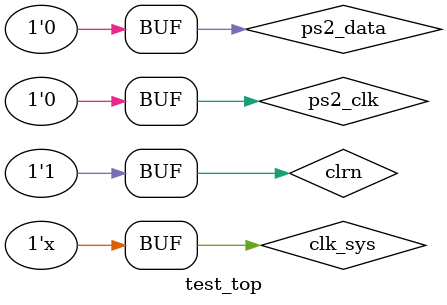
<source format=v>
`timescale 1ns / 1ps


module test_top;

	// Inputs
	reg clk_sys;
	reg clrn;
	reg ps2_clk;
	reg ps2_data;

	// Outputs
	wire [2:0] red;
	wire [2:0] green;
	wire [1:0] blue;
	wire hs;
	wire vs;

	// Instantiate the Unit Under Test (UUT)
	display_scan_codes uut (
		.clk_sys(clk_sys), 
		.clrn(clrn), 
		.ps2_clk(ps2_clk), 
		.ps2_data(ps2_data), 
		.red(red), 
		.green(green), 
		.blue(blue), 
		.hs(hs), 
		.vs(vs)
	);

	initial begin
		// Initialize Inputs
		clk_sys = 0;
		clrn = 1;
		ps2_clk = 0;
		ps2_data = 0;

		// Wait 100 ns for global reset to finish
		#100;
        
		// Add stimulus here

	end
	
	always #1 clk_sys = ~clk_sys;
      
endmodule


</source>
